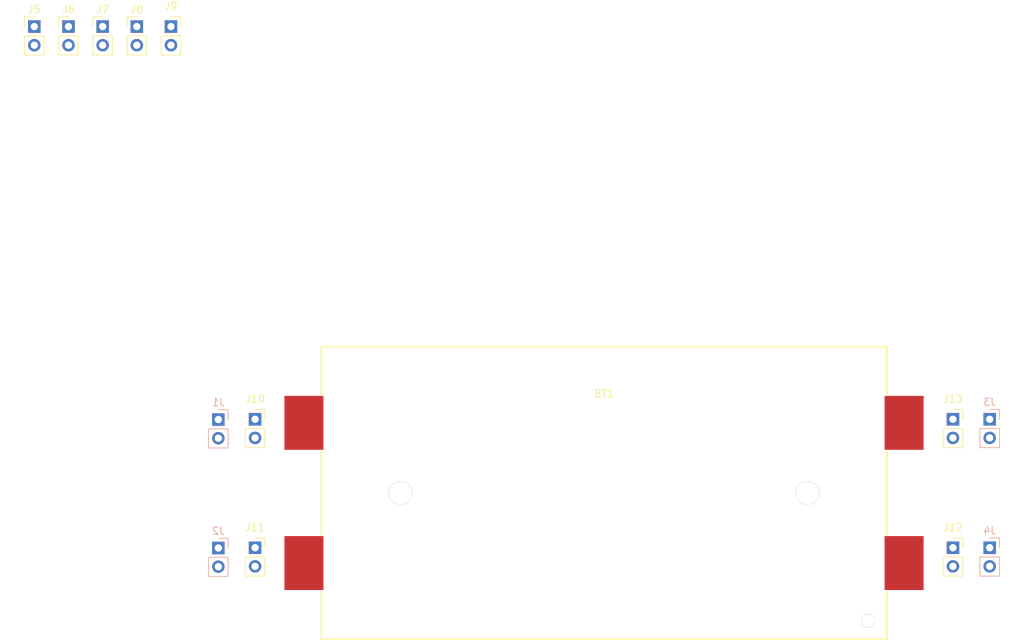
<source format=kicad_pcb>
(kicad_pcb (version 20240108) (generator "pcbnew") (generator_version "8.0")
  (layers (0 "F.Cu" signal) (31 "B.Cu" signal) (34 "B.Paste" user) (35 "F.Paste" user) (36 "B.SilkS" user "B.Silkscreen") (37 "F.SilkS" user "F.Silkscreen") (38 "B.Mask" user) (39 "F.Mask" user) (44 "Edge.Cuts" user))
  (net 0 "")
  (net 1 "1+")
  (net 2 "2+")
  (net 13 "1-")
  (net 14 "2-")
  (footprint "Connector_PinHeader_2.54mm:PinHeader_1x02_P2.54mm_Vertical" (layer "F.Cu") (at 56.4 16.46)
    (property "Reference" "J8" (at 0 -2.33 0) (layer "F.SilkS"))
    (property "Value" "Conn_01x02")
    (fp_line (start -1.33 -1.33) (end 0 -1.33) (stroke (width 0.12)) (layer "F.SilkS"))
    (fp_line (start -1.33 0) (end -1.33 -1.33) (stroke (width 0.12)) (layer "F.SilkS"))
    (fp_line (start -1.33 1.27) (end -1.33 3.87) (stroke (width 0.12)) (layer "F.SilkS"))
    (fp_line (start -1.33 1.27) (end 1.33 1.27) (stroke (width 0.12)) (layer "F.SilkS"))
    (fp_line (start -1.33 3.87) (end 1.33 3.87) (stroke (width 0.12)) (layer "F.SilkS"))
    (fp_line (start 1.33 1.27) (end 1.33 3.87) (stroke (width 0.12)) (layer "F.SilkS"))
    (pad "1" thru_hole rect (at 0 0) (size 1.7 1.7) (drill 1) (layers "*.Cu" "*.Mask"))
    (pad "2" thru_hole oval (at 0 2.54) (size 1.7 1.7) (drill 1) (layers "*.Cu" "*.Mask"))
  )
  (footprint "Connector_PinSocket_2.54mm:PinSocket_1x02_P2.54mm_Vertical" (layer "F.Cu") (at 72.5 87.46)
    (property "Reference" "J11" (at 0 -2.77 0) (layer "F.SilkS"))
    (property "Value" "Conn_01x02_Socket")
    (fp_line (start -1.33 1.27) (end -1.33 3.87) (stroke (width 0.12)) (layer "F.SilkS"))
    (fp_line (start -1.33 1.27) (end 1.33 1.27) (stroke (width 0.12)) (layer "F.SilkS"))
    (fp_line (start -1.33 3.87) (end 1.33 3.87) (stroke (width 0.12)) (layer "F.SilkS"))
    (fp_line (start 0 -1.33) (end 1.33 -1.33) (stroke (width 0.12)) (layer "F.SilkS"))
    (fp_line (start 1.33 -1.33) (end 1.33 0) (stroke (width 0.12)) (layer "F.SilkS"))
    (fp_line (start 1.33 1.27) (end 1.33 3.87) (stroke (width 0.12)) (layer "F.SilkS"))
    (pad "1" thru_hole rect (at 0 0) (size 1.7 1.7) (drill 1) (layers "*.Cu" "*.Mask") (net 2 "2+"))
    (pad "2" thru_hole oval (at 0 2.54) (size 1.7 1.7) (drill 1) (layers "*.Cu" "*.Mask") (net 2 "2+"))
  )
  (footprint "Connector_PinSocket_2.54mm:PinSocket_1x02_P2.54mm_Vertical" (layer "F.Cu") (at 61.05 16.46)
    (property "Reference" "J9" (at 0 -2.77 0) (layer "F.SilkS"))
    (property "Value" "Conn_01x02_Socket")
    (fp_line (start -1.33 1.27) (end -1.33 3.87) (stroke (width 0.12)) (layer "F.SilkS"))
    (fp_line (start -1.33 1.27) (end 1.33 1.27) (stroke (width 0.12)) (layer "F.SilkS"))
    (fp_line (start -1.33 3.87) (end 1.33 3.87) (stroke (width 0.12)) (layer "F.SilkS"))
    (fp_line (start 0 -1.33) (end 1.33 -1.33) (stroke (width 0.12)) (layer "F.SilkS"))
    (fp_line (start 1.33 -1.33) (end 1.33 0) (stroke (width 0.12)) (layer "F.SilkS"))
    (fp_line (start 1.33 1.27) (end 1.33 3.87) (stroke (width 0.12)) (layer "F.SilkS"))
    (pad "1" thru_hole rect (at 0 0) (size 1.7 1.7) (drill 1) (layers "*.Cu" "*.Mask"))
    (pad "2" thru_hole oval (at 0 2.54) (size 1.7 1.7) (drill 1) (layers "*.Cu" "*.Mask"))
  )
  (footprint "Connector_PinSocket_2.54mm:PinSocket_1x02_P2.54mm_Vertical" (layer "F.Cu") (at 167.5 87.46)
    (property "Reference" "J12" (at 0 -2.77 0) (layer "F.SilkS"))
    (property "Value" "Conn_01x02_Socket")
    (fp_line (start -1.33 1.27) (end -1.33 3.87) (stroke (width 0.12)) (layer "F.SilkS"))
    (fp_line (start -1.33 1.27) (end 1.33 1.27) (stroke (width 0.12)) (layer "F.SilkS"))
    (fp_line (start -1.33 3.87) (end 1.33 3.87) (stroke (width 0.12)) (layer "F.SilkS"))
    (fp_line (start 0 -1.33) (end 1.33 -1.33) (stroke (width 0.12)) (layer "F.SilkS"))
    (fp_line (start 1.33 -1.33) (end 1.33 0) (stroke (width 0.12)) (layer "F.SilkS"))
    (fp_line (start 1.33 1.27) (end 1.33 3.87) (stroke (width 0.12)) (layer "F.SilkS"))
    (pad "1" thru_hole rect (at 0 0) (size 1.7 1.7) (drill 1) (layers "*.Cu" "*.Mask") (net 14 "2-"))
    (pad "2" thru_hole oval (at 0 2.54) (size 1.7 1.7) (drill 1) (layers "*.Cu" "*.Mask") (net 14 "2-"))
  )
  (footprint "Connector_PinHeader_2.54mm:PinHeader_1x02_P2.54mm_Vertical" (layer "F.Cu") (at 51.75 16.46)
    (property "Reference" "J7" (at 0 -2.33 0) (layer "F.SilkS"))
    (property "Value" "Conn_01x02")
    (fp_line (start -1.33 -1.33) (end 0 -1.33) (stroke (width 0.12)) (layer "F.SilkS"))
    (fp_line (start -1.33 0) (end -1.33 -1.33) (stroke (width 0.12)) (layer "F.SilkS"))
    (fp_line (start -1.33 1.27) (end -1.33 3.87) (stroke (width 0.12)) (layer "F.SilkS"))
    (fp_line (start -1.33 1.27) (end 1.33 1.27) (stroke (width 0.12)) (layer "F.SilkS"))
    (fp_line (start -1.33 3.87) (end 1.33 3.87) (stroke (width 0.12)) (layer "F.SilkS"))
    (fp_line (start 1.33 1.27) (end 1.33 3.87) (stroke (width 0.12)) (layer "F.SilkS"))
    (pad "1" thru_hole rect (at 0 0) (size 1.7 1.7) (drill 1) (layers "*.Cu" "*.Mask"))
    (pad "2" thru_hole oval (at 0 2.54) (size 1.7 1.7) (drill 1) (layers "*.Cu" "*.Mask"))
  )
  (footprint "Connector_PinSocket_2.54mm:PinSocket_1x02_P2.54mm_Vertical" (layer "F.Cu") (at 72.5 69.96)
    (property "Reference" "J10" (at 0 -2.77 0) (layer "F.SilkS"))
    (property "Value" "Conn_01x02_Socket")
    (fp_line (start -1.33 1.27) (end -1.33 3.87) (stroke (width 0.12)) (layer "F.SilkS"))
    (fp_line (start -1.33 1.27) (end 1.33 1.27) (stroke (width 0.12)) (layer "F.SilkS"))
    (fp_line (start -1.33 3.87) (end 1.33 3.87) (stroke (width 0.12)) (layer "F.SilkS"))
    (fp_line (start 0 -1.33) (end 1.33 -1.33) (stroke (width 0.12)) (layer "F.SilkS"))
    (fp_line (start 1.33 -1.33) (end 1.33 0) (stroke (width 0.12)) (layer "F.SilkS"))
    (fp_line (start 1.33 1.27) (end 1.33 3.87) (stroke (width 0.12)) (layer "F.SilkS"))
    (pad "1" thru_hole rect (at 0 0) (size 1.7 1.7) (drill 1) (layers "*.Cu" "*.Mask") (net 1 "1+"))
    (pad "2" thru_hole oval (at 0 2.54) (size 1.7 1.7) (drill 1) (layers "*.Cu" "*.Mask") (net 1 "1+"))
  )
  (footprint "Connector_PinHeader_2.54mm:PinHeader_1x02_P2.54mm_Vertical" (layer "F.Cu") (at 42.45 16.46)
    (property "Reference" "J5" (at 0 -2.33 0) (layer "F.SilkS"))
    (property "Value" "Conn_01x02")
    (fp_line (start -1.33 -1.33) (end 0 -1.33) (stroke (width 0.12)) (layer "F.SilkS"))
    (fp_line (start -1.33 0) (end -1.33 -1.33) (stroke (width 0.12)) (layer "F.SilkS"))
    (fp_line (start -1.33 1.27) (end -1.33 3.87) (stroke (width 0.12)) (layer "F.SilkS"))
    (fp_line (start -1.33 1.27) (end 1.33 1.27) (stroke (width 0.12)) (layer "F.SilkS"))
    (fp_line (start -1.33 3.87) (end 1.33 3.87) (stroke (width 0.12)) (layer "F.SilkS"))
    (fp_line (start 1.33 1.27) (end 1.33 3.87) (stroke (width 0.12)) (layer "F.SilkS"))
    (pad "1" thru_hole rect (at 0 0) (size 1.7 1.7) (drill 1) (layers "*.Cu" "*.Mask"))
    (pad "2" thru_hole oval (at 0 2.54) (size 1.7 1.7) (drill 1) (layers "*.Cu" "*.Mask"))
  )
  (footprint "Connector_PinSocket_2.54mm:PinSocket_1x02_P2.54mm_Vertical" (layer "F.Cu") (at 167.5 69.96)
    (property "Reference" "J13" (at 0 -2.77 0) (layer "F.SilkS"))
    (property "Value" "Conn_01x02_Socket")
    (fp_line (start -1.33 1.27) (end -1.33 3.87) (stroke (width 0.12)) (layer "F.SilkS"))
    (fp_line (start -1.33 1.27) (end 1.33 1.27) (stroke (width 0.12)) (layer "F.SilkS"))
    (fp_line (start -1.33 3.87) (end 1.33 3.87) (stroke (width 0.12)) (layer "F.SilkS"))
    (fp_line (start 0 -1.33) (end 1.33 -1.33) (stroke (width 0.12)) (layer "F.SilkS"))
    (fp_line (start 1.33 -1.33) (end 1.33 0) (stroke (width 0.12)) (layer "F.SilkS"))
    (fp_line (start 1.33 1.27) (end 1.33 3.87) (stroke (width 0.12)) (layer "F.SilkS"))
    (pad "1" thru_hole rect (at 0 0) (size 1.7 1.7) (drill 1) (layers "*.Cu" "*.Mask") (net 13 "1-"))
    (pad "2" thru_hole oval (at 0 2.54) (size 1.7 1.7) (drill 1) (layers "*.Cu" "*.Mask") (net 13 "1-"))
  )
  (footprint "Connector_PinHeader_2.54mm:PinHeader_1x02_P2.54mm_Vertical" (layer "F.Cu") (at 47.1 16.46)
    (property "Reference" "J6" (at 0 -2.33 0) (layer "F.SilkS"))
    (property "Value" "Conn_01x02")
    (fp_line (start -1.33 -1.33) (end 0 -1.33) (stroke (width 0.12)) (layer "F.SilkS"))
    (fp_line (start -1.33 0) (end -1.33 -1.33) (stroke (width 0.12)) (layer "F.SilkS"))
    (fp_line (start -1.33 1.27) (end -1.33 3.87) (stroke (width 0.12)) (layer "F.SilkS"))
    (fp_line (start -1.33 1.27) (end 1.33 1.27) (stroke (width 0.12)) (layer "F.SilkS"))
    (fp_line (start -1.33 3.87) (end 1.33 3.87) (stroke (width 0.12)) (layer "F.SilkS"))
    (fp_line (start 1.33 1.27) (end 1.33 3.87) (stroke (width 0.12)) (layer "F.SilkS"))
    (pad "1" thru_hole rect (at 0 0) (size 1.7 1.7) (drill 1) (layers "*.Cu" "*.Mask"))
    (pad "2" thru_hole oval (at 0 2.54) (size 1.7 1.7) (drill 1) (layers "*.Cu" "*.Mask"))
  )
  (footprint "easyeda2kicad:BAT-SMD_BH-18650-B1BA007" (layer "F.Cu") (at 120 80)
    (property "Reference" "BT1" (at 0 -13.55 0) (layer "F.SilkS"))
    (property "Value" "BH-18650-B1BA007")
    (fp_line (start -38.48 -19.94) (end 38.49 -19.94) (stroke (width 0.25)) (layer "F.SilkS"))
    (fp_line (start -38.48 -13.46) (end -38.48 -19.94) (stroke (width 0.25)) (layer "F.SilkS"))
    (fp_line (start -38.48 5.64) (end -38.48 -5.64) (stroke (width 0.25)) (layer "F.SilkS"))
    (fp_line (start -38.48 19.94) (end -38.48 13.46) (stroke (width 0.25)) (layer "F.SilkS"))
    (fp_line (start 38.49 -19.94) (end 38.49 -13.46) (stroke (width 0.25)) (layer "F.SilkS"))
    (fp_line (start 38.49 -5.64) (end 38.49 5.64) (stroke (width 0.25)) (layer "F.SilkS"))
    (fp_line (start 38.49 13.46) (end 38.49 19.94) (stroke (width 0.25)) (layer "F.SilkS"))
    (fp_line (start 38.49 19.94) (end -38.48 19.94) (stroke (width 0.25)) (layer "F.SilkS"))
    (pad "" thru_hole circle (at -27.7 0) (size 3.2 3.2) (drill 3.2) (layers "*.Cu" "*.Mask"))
    (pad "" thru_hole circle (at 27.7 0) (size 3.2 3.2) (drill 3.2) (layers "*.Cu" "*.Mask"))
    (pad "" thru_hole circle (at 35.93 17.4) (size 1.8 1.8) (drill 1.8) (layers "*.Cu" "*.Mask"))
    (pad "1" smd rect (at -40.85 -9.55) (size 5.32 7.35) (layers "F.Cu" "F.Paste" "F.Mask") (net 1 "1+"))
    (pad "2" smd rect (at 40.85 -9.55) (size 5.32 7.35) (layers "F.Cu" "F.Paste" "F.Mask") (net 13 "1-"))
    (pad "3" smd rect (at -40.85 9.55) (size 5.32 7.35) (layers "F.Cu" "F.Paste" "F.Mask") (net 2 "2+"))
    (pad "4" smd rect (at 40.85 9.55) (size 5.32 7.35) (layers "F.Cu" "F.Paste" "F.Mask") (net 14 "2-"))
  )
  (footprint "Connector_PinHeader_2.54mm:PinHeader_1x02_P2.54mm_Vertical" (layer "B.Cu") (at 172.5 87.46 180)
    (property "Reference" "J4" (at 0 2.33 360) (layer "B.SilkS") (effects (justify mirror)))
    (property "Value" "Conn_01x02")
    (fp_line (start 1.33 -1.27) (end -1.33 -1.27) (stroke (width 0.12)) (layer "B.SilkS"))
    (fp_line (start 1.33 -3.87) (end 1.33 -1.27) (stroke (width 0.12)) (layer "B.SilkS"))
    (fp_line (start 1.33 -3.87) (end -1.33 -3.87) (stroke (width 0.12)) (layer "B.SilkS"))
    (fp_line (start 0 1.33) (end -1.33 1.33) (stroke (width 0.12)) (layer "B.SilkS"))
    (fp_line (start -1.33 1.33) (end -1.33 0) (stroke (width 0.12)) (layer "B.SilkS"))
    (fp_line (start -1.33 -3.87) (end -1.33 -1.27) (stroke (width 0.12)) (layer "B.SilkS"))
    (pad "1" thru_hole rect (at 0 0 180) (size 1.7 1.7) (drill 1) (layers "*.Cu" "*.Mask") (net 14 "2-"))
    (pad "2" thru_hole oval (at 0 -2.54 180) (size 1.7 1.7) (drill 1) (layers "*.Cu" "*.Mask") (net 14 "2-"))
  )
  (footprint "Connector_PinHeader_2.54mm:PinHeader_1x02_P2.54mm_Vertical" (layer "B.Cu") (at 67.5 70 180)
    (property "Reference" "J1" (at 0 2.33 0) (layer "B.SilkS") (effects (justify mirror)))
    (property "Value" "Conn_01x02")
    (fp_line (start 1.33 -1.27) (end -1.33 -1.27) (stroke (width 0.12)) (layer "B.SilkS"))
    (fp_line (start 1.33 -3.87) (end 1.33 -1.27) (stroke (width 0.12)) (layer "B.SilkS"))
    (fp_line (start 1.33 -3.87) (end -1.33 -3.87) (stroke (width 0.12)) (layer "B.SilkS"))
    (fp_line (start 0 1.33) (end -1.33 1.33) (stroke (width 0.12)) (layer "B.SilkS"))
    (fp_line (start -1.33 1.33) (end -1.33 0) (stroke (width 0.12)) (layer "B.SilkS"))
    (fp_line (start -1.33 -3.87) (end -1.33 -1.27) (stroke (width 0.12)) (layer "B.SilkS"))
    (pad "1" thru_hole rect (at 0 0 180) (size 1.7 1.7) (drill 1) (layers "*.Cu" "*.Mask") (net 1 "1+"))
    (pad "2" thru_hole oval (at 0 -2.54 180) (size 1.7 1.7) (drill 1) (layers "*.Cu" "*.Mask") (net 1 "1+"))
  )
  (footprint "Connector_PinHeader_2.54mm:PinHeader_1x02_P2.54mm_Vertical" (layer "B.Cu") (at 67.5 87.5 180)
    (property "Reference" "J2" (at 0 2.33 0) (layer "B.SilkS") (effects (justify mirror)))
    (property "Value" "Conn_01x02")
    (fp_line (start 1.33 -1.27) (end -1.33 -1.27) (stroke (width 0.12)) (layer "B.SilkS"))
    (fp_line (start 1.33 -3.87) (end 1.33 -1.27) (stroke (width 0.12)) (layer "B.SilkS"))
    (fp_line (start 1.33 -3.87) (end -1.33 -3.87) (stroke (width 0.12)) (layer "B.SilkS"))
    (fp_line (start 0 1.33) (end -1.33 1.33) (stroke (width 0.12)) (layer "B.SilkS"))
    (fp_line (start -1.33 1.33) (end -1.33 0) (stroke (width 0.12)) (layer "B.SilkS"))
    (fp_line (start -1.33 -3.87) (end -1.33 -1.27) (stroke (width 0.12)) (layer "B.SilkS"))
    (pad "1" thru_hole rect (at 0 0 180) (size 1.7 1.7) (drill 1) (layers "*.Cu" "*.Mask") (net 2 "2+"))
    (pad "2" thru_hole oval (at 0 -2.54 180) (size 1.7 1.7) (drill 1) (layers "*.Cu" "*.Mask") (net 2 "2+"))
  )
  (footprint "Connector_PinHeader_2.54mm:PinHeader_1x02_P2.54mm_Vertical" (layer "B.Cu") (at 172.5 69.96 180)
    (property "Reference" "J3" (at 0 2.33 0) (layer "B.SilkS") (effects (justify mirror)))
    (property "Value" "Conn_01x02")
    (fp_line (start 1.33 -1.27) (end -1.33 -1.27) (stroke (width 0.12)) (layer "B.SilkS"))
    (fp_line (start 1.33 -3.87) (end 1.33 -1.27) (stroke (width 0.12)) (layer "B.SilkS"))
    (fp_line (start 1.33 -3.87) (end -1.33 -3.87) (stroke (width 0.12)) (layer "B.SilkS"))
    (fp_line (start 0 1.33) (end -1.33 1.33) (stroke (width 0.12)) (layer "B.SilkS"))
    (fp_line (start -1.33 1.33) (end -1.33 0) (stroke (width 0.12)) (layer "B.SilkS"))
    (fp_line (start -1.33 -3.87) (end -1.33 -1.27) (stroke (width 0.12)) (layer "B.SilkS"))
    (pad "1" thru_hole rect (at 0 0 180) (size 1.7 1.7) (drill 1) (layers "*.Cu" "*.Mask") (net 13 "1-"))
    (pad "2" thru_hole oval (at 0 -2.54 180) (size 1.7 1.7) (drill 1) (layers "*.Cu" "*.Mask") (net 13 "1-"))
  )
)
</source>
